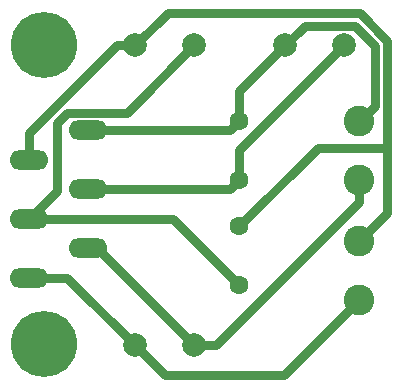
<source format=gtl>
G04 #@! TF.GenerationSoftware,KiCad,Pcbnew,(6.0.5)*
G04 #@! TF.CreationDate,2022-06-23T10:44:57+02:00*
G04 #@! TF.ProjectId,splitter,73706c69-7474-4657-922e-6b696361645f,rev?*
G04 #@! TF.SameCoordinates,Original*
G04 #@! TF.FileFunction,Copper,L1,Top*
G04 #@! TF.FilePolarity,Positive*
%FSLAX46Y46*%
G04 Gerber Fmt 4.6, Leading zero omitted, Abs format (unit mm)*
G04 Created by KiCad (PCBNEW (6.0.5)) date 2022-06-23 10:44:57*
%MOMM*%
%LPD*%
G01*
G04 APERTURE LIST*
G04 #@! TA.AperFunction,ComponentPad*
%ADD10C,1.600000*%
G04 #@! TD*
G04 #@! TA.AperFunction,ComponentPad*
%ADD11C,3.600000*%
G04 #@! TD*
G04 #@! TA.AperFunction,ConnectorPad*
%ADD12C,5.600000*%
G04 #@! TD*
G04 #@! TA.AperFunction,ComponentPad*
%ADD13C,2.600000*%
G04 #@! TD*
G04 #@! TA.AperFunction,ComponentPad*
%ADD14C,2.000000*%
G04 #@! TD*
G04 #@! TA.AperFunction,ComponentPad*
%ADD15O,3.300000X1.650000*%
G04 #@! TD*
G04 #@! TA.AperFunction,Conductor*
%ADD16C,0.750000*%
G04 #@! TD*
G04 APERTURE END LIST*
D10*
X128270000Y-95210000D03*
X128270000Y-90210000D03*
D11*
X111760000Y-109072710D03*
D12*
X111760000Y-109072710D03*
X111760000Y-83820000D03*
D11*
X111760000Y-83820000D03*
D13*
X138430000Y-105410000D03*
X138430000Y-100410000D03*
D14*
X119420000Y-109220000D03*
X124420000Y-109220000D03*
D15*
X110460000Y-103513500D03*
X115460000Y-101013500D03*
X110460000Y-98513500D03*
X115460000Y-96013500D03*
X110460000Y-93513500D03*
X115460000Y-91013500D03*
D14*
X124460000Y-83820000D03*
X119460000Y-83820000D03*
X137160000Y-83820000D03*
X132160000Y-83820000D03*
D10*
X128270000Y-104140000D03*
X128270000Y-99140000D03*
D13*
X138430000Y-95250000D03*
X138430000Y-90250000D03*
D16*
X121960000Y-111760000D02*
X132080000Y-111760000D01*
X132080000Y-111760000D02*
X138430000Y-105410000D01*
X119420000Y-109220000D02*
X121960000Y-111760000D01*
X110460000Y-103513500D02*
X113713500Y-103513500D01*
X113713500Y-103513500D02*
X119420000Y-109220000D01*
X138430000Y-97088477D02*
X126298477Y-109220000D01*
X115460000Y-101013500D02*
X116213500Y-101013500D01*
X126298477Y-109220000D02*
X124420000Y-109220000D01*
X116213500Y-101013500D02*
X124420000Y-109220000D01*
X138430000Y-95250000D02*
X138430000Y-97088477D01*
X115460000Y-96013500D02*
X127466500Y-96013500D01*
X127466500Y-96013500D02*
X128270000Y-95210000D01*
X128270000Y-92710000D02*
X137160000Y-83820000D01*
X128270000Y-95210000D02*
X128270000Y-92710000D01*
X133834511Y-82145489D02*
X138025489Y-82145489D01*
X132160000Y-83820000D02*
X133834511Y-82145489D01*
X139730000Y-83850000D02*
X139730000Y-88950000D01*
X139730000Y-88950000D02*
X138430000Y-90250000D01*
X128270000Y-90210000D02*
X128270000Y-87710000D01*
X138025489Y-82145489D02*
X139730000Y-83850000D01*
X127466500Y-91013500D02*
X128270000Y-90210000D01*
X128270000Y-87710000D02*
X132160000Y-83820000D01*
X115460000Y-91013500D02*
X127466500Y-91013500D01*
X124460000Y-83820000D02*
X118766020Y-89513980D01*
X112784520Y-96188980D02*
X110460000Y-98513500D01*
X128270000Y-104140000D02*
X122643500Y-98513500D01*
X122643500Y-98513500D02*
X110460000Y-98513500D01*
X112784520Y-90415480D02*
X112784520Y-96188980D01*
X113686020Y-89513980D02*
X112784520Y-90415480D01*
X118766020Y-89513980D02*
X113686020Y-89513980D01*
X117895754Y-83820000D02*
X119460000Y-83820000D01*
X122184031Y-81095969D02*
X119460000Y-83820000D01*
X110460000Y-93513500D02*
X110460000Y-91255754D01*
X138460215Y-81095969D02*
X122184031Y-81095969D01*
X140779520Y-98060480D02*
X140779520Y-92519520D01*
X140779520Y-83415274D02*
X138460215Y-81095969D01*
X110460000Y-91255754D02*
X117895754Y-83820000D01*
X140779520Y-92519520D02*
X140779520Y-83415274D01*
X134890480Y-92519520D02*
X128270000Y-99140000D01*
X140779520Y-92519520D02*
X134890480Y-92519520D01*
X138430000Y-100410000D02*
X140779520Y-98060480D01*
M02*

</source>
